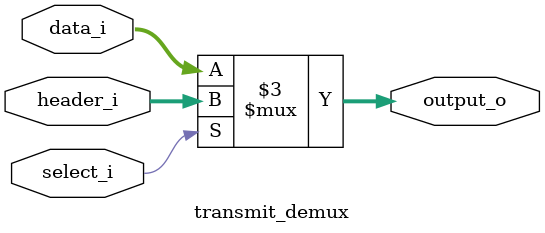
<source format=v>
module transmit_demux (
  input [7:0] data_i,
  input [7:0] header_i,

  input select_i,

  output reg [7:0] output_o
);

always @(*) begin
  if (select_i)
    output_o = header_i;
  else begin
    output_o = data_i;
  end
end

endmodule

</source>
